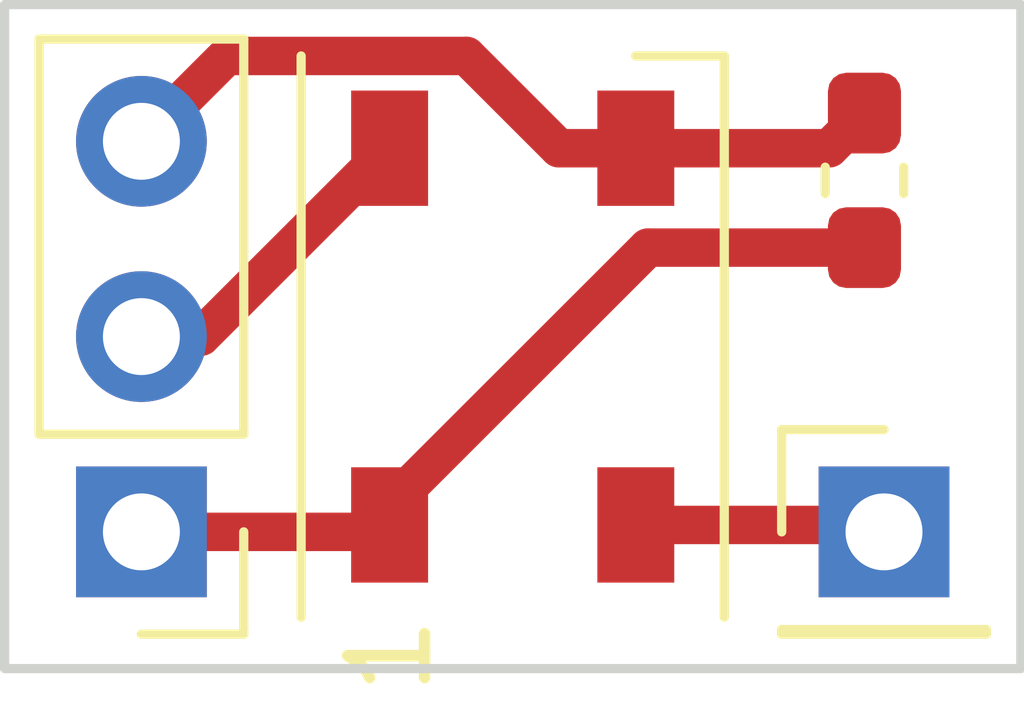
<source format=kicad_pcb>
(kicad_pcb (version 20171130) (host pcbnew 5.1.2-f72e74a~84~ubuntu18.04.1)

  (general
    (thickness 1.6)
    (drawings 4)
    (tracks 14)
    (zones 0)
    (modules 4)
    (nets 5)
  )

  (page USLetter)
  (title_block
    (title "WS2812 Board Schematic")
    (date 2019-06-27)
    (rev 1.0)
  )

  (layers
    (0 F.Cu signal)
    (31 B.Cu signal)
    (32 B.Adhes user)
    (33 F.Adhes user)
    (34 B.Paste user)
    (35 F.Paste user)
    (36 B.SilkS user)
    (37 F.SilkS user)
    (38 B.Mask user)
    (39 F.Mask user)
    (40 Dwgs.User user)
    (41 Cmts.User user)
    (42 Eco1.User user)
    (43 Eco2.User user)
    (44 Edge.Cuts user)
    (45 Margin user)
    (46 B.CrtYd user)
    (47 F.CrtYd user)
    (48 B.Fab user)
    (49 F.Fab user)
  )

  (setup
    (last_trace_width 0.5)
    (user_trace_width 0.5)
    (user_trace_width 1)
    (trace_clearance 0.2)
    (zone_clearance 0.508)
    (zone_45_only no)
    (trace_min 0.2)
    (via_size 0.8)
    (via_drill 0.4)
    (via_min_size 0.4)
    (via_min_drill 0.3)
    (uvia_size 0.3)
    (uvia_drill 0.1)
    (uvias_allowed no)
    (uvia_min_size 0.2)
    (uvia_min_drill 0.1)
    (edge_width 0.05)
    (segment_width 0.2)
    (pcb_text_width 0.3)
    (pcb_text_size 1.5 1.5)
    (mod_edge_width 0.12)
    (mod_text_size 1 1)
    (mod_text_width 0.15)
    (pad_size 1.524 1.524)
    (pad_drill 0.762)
    (pad_to_mask_clearance 0.051)
    (solder_mask_min_width 0.25)
    (aux_axis_origin 0 0)
    (visible_elements FFFFFF7F)
    (pcbplotparams
      (layerselection 0x010fc_ffffffff)
      (usegerberextensions false)
      (usegerberattributes false)
      (usegerberadvancedattributes false)
      (creategerberjobfile false)
      (excludeedgelayer true)
      (linewidth 0.100000)
      (plotframeref false)
      (viasonmask false)
      (mode 1)
      (useauxorigin false)
      (hpglpennumber 1)
      (hpglpenspeed 20)
      (hpglpendiameter 15.000000)
      (psnegative false)
      (psa4output false)
      (plotreference true)
      (plotvalue true)
      (plotinvisibletext false)
      (padsonsilk false)
      (subtractmaskfromsilk false)
      (outputformat 1)
      (mirror false)
      (drillshape 1)
      (scaleselection 1)
      (outputdirectory ""))
  )

  (net 0 "")
  (net 1 +5V)
  (net 2 GND)
  (net 3 "Net-(D1-Pad4)")
  (net 4 "Net-(D1-Pad2)")

  (net_class Default "This is the default net class."
    (clearance 0.2)
    (trace_width 0.25)
    (via_dia 0.8)
    (via_drill 0.4)
    (uvia_dia 0.3)
    (uvia_drill 0.1)
    (add_net +5V)
    (add_net GND)
    (add_net "Net-(D1-Pad2)")
    (add_net "Net-(D1-Pad4)")
  )

  (module LEDBoardFootprints:C_0603_1608Metric_Pad1.05x0.95mm_HandSolder (layer F.Cu) (tedit 5B301BBE) (tstamp 5D15D983)
    (at 145.288 108.458 90)
    (descr "Capacitor SMD 0603 (1608 Metric), square (rectangular) end terminal, IPC_7351 nominal with elongated pad for handsoldering. (Body size source: http://www.tortai-tech.com/upload/download/2011102023233369053.pdf), generated with kicad-footprint-generator")
    (tags "capacitor handsolder")
    (path /5D163CFD)
    (attr smd)
    (fp_text reference C1 (at 0 -1.43 90) (layer F.SilkS) hide
      (effects (font (size 1 1) (thickness 0.15)))
    )
    (fp_text value 0.1u (at 0 1.43 90) (layer F.Fab) hide
      (effects (font (size 1 1) (thickness 0.15)))
    )
    (fp_line (start -0.8 0.4) (end -0.8 -0.4) (layer F.Fab) (width 0.1))
    (fp_line (start -0.8 -0.4) (end 0.8 -0.4) (layer F.Fab) (width 0.1))
    (fp_line (start 0.8 -0.4) (end 0.8 0.4) (layer F.Fab) (width 0.1))
    (fp_line (start 0.8 0.4) (end -0.8 0.4) (layer F.Fab) (width 0.1))
    (fp_line (start -0.171267 -0.51) (end 0.171267 -0.51) (layer F.SilkS) (width 0.12))
    (fp_line (start -0.171267 0.51) (end 0.171267 0.51) (layer F.SilkS) (width 0.12))
    (fp_line (start -1.65 0.73) (end -1.65 -0.73) (layer F.CrtYd) (width 0.05))
    (fp_line (start -1.65 -0.73) (end 1.65 -0.73) (layer F.CrtYd) (width 0.05))
    (fp_line (start 1.65 -0.73) (end 1.65 0.73) (layer F.CrtYd) (width 0.05))
    (fp_line (start 1.65 0.73) (end -1.65 0.73) (layer F.CrtYd) (width 0.05))
    (fp_text user %R (at 0 0 90) (layer F.Fab)
      (effects (font (size 0.4 0.4) (thickness 0.06)))
    )
    (pad 1 smd roundrect (at -0.875 0 90) (size 1.05 0.95) (layers F.Cu F.Paste F.Mask) (roundrect_rratio 0.25)
      (net 1 +5V))
    (pad 2 smd roundrect (at 0.875 0 90) (size 1.05 0.95) (layers F.Cu F.Paste F.Mask) (roundrect_rratio 0.25)
      (net 2 GND))
    (model ${KISYS3DMOD}/Capacitor_SMD.3dshapes/C_0603_1608Metric.wrl
      (at (xyz 0 0 0))
      (scale (xyz 1 1 1))
      (rotate (xyz 0 0 0))
    )
  )

  (module LEDBoardFootprints:LED_WS2812B_PLCC4_5.0x5.0mm_P3.2mm (layer F.Cu) (tedit 5AA4B285) (tstamp 5D15D99A)
    (at 140.716 110.49 90)
    (descr https://cdn-shop.adafruit.com/datasheets/WS2812B.pdf)
    (tags "LED RGB NeoPixel")
    (path /5D16259F)
    (attr smd)
    (fp_text reference D1 (at 0 -3.5 90) (layer F.SilkS) hide
      (effects (font (size 1 1) (thickness 0.15)))
    )
    (fp_text value WS2812B (at 0 4 90) (layer F.Fab) hide
      (effects (font (size 1 1) (thickness 0.15)))
    )
    (fp_text user 1 (at -4.15 -1.6 90) (layer F.SilkS)
      (effects (font (size 1 1) (thickness 0.15)))
    )
    (fp_text user %R (at 0 0) (layer F.Fab)
      (effects (font (size 0.8 0.8) (thickness 0.15)))
    )
    (fp_line (start 3.45 -2.75) (end -3.45 -2.75) (layer F.CrtYd) (width 0.05))
    (fp_line (start 3.45 2.75) (end 3.45 -2.75) (layer F.CrtYd) (width 0.05))
    (fp_line (start -3.45 2.75) (end 3.45 2.75) (layer F.CrtYd) (width 0.05))
    (fp_line (start -3.45 -2.75) (end -3.45 2.75) (layer F.CrtYd) (width 0.05))
    (fp_line (start 2.5 1.5) (end 1.5 2.5) (layer F.Fab) (width 0.1))
    (fp_line (start -2.5 -2.5) (end -2.5 2.5) (layer F.Fab) (width 0.1))
    (fp_line (start -2.5 2.5) (end 2.5 2.5) (layer F.Fab) (width 0.1))
    (fp_line (start 2.5 2.5) (end 2.5 -2.5) (layer F.Fab) (width 0.1))
    (fp_line (start 2.5 -2.5) (end -2.5 -2.5) (layer F.Fab) (width 0.1))
    (fp_line (start -3.65 -2.75) (end 3.65 -2.75) (layer F.SilkS) (width 0.12))
    (fp_line (start -3.65 2.75) (end 3.65 2.75) (layer F.SilkS) (width 0.12))
    (fp_line (start 3.65 2.75) (end 3.65 1.6) (layer F.SilkS) (width 0.12))
    (fp_circle (center 0 0) (end 0 -2) (layer F.Fab) (width 0.1))
    (pad 3 smd rect (at 2.45 1.6 90) (size 1.5 1) (layers F.Cu F.Paste F.Mask)
      (net 2 GND))
    (pad 4 smd rect (at 2.45 -1.6 90) (size 1.5 1) (layers F.Cu F.Paste F.Mask)
      (net 3 "Net-(D1-Pad4)"))
    (pad 2 smd rect (at -2.45 1.6 90) (size 1.5 1) (layers F.Cu F.Paste F.Mask)
      (net 4 "Net-(D1-Pad2)"))
    (pad 1 smd rect (at -2.45 -1.6 90) (size 1.5 1) (layers F.Cu F.Paste F.Mask)
      (net 1 +5V))
    (model ${KISYS3DMOD}/LED_SMD.3dshapes/LED_WS2812B_PLCC4_5.0x5.0mm_P3.2mm.wrl
      (at (xyz 0 0 0))
      (scale (xyz 1 1 1))
      (rotate (xyz 0 0 0))
    )
  )

  (module LEDBoardFootprints:PinHeader_1x03_P2.54mm_Vertical (layer F.Cu) (tedit 59FED5CC) (tstamp 5D15D9B1)
    (at 135.89 113.03 180)
    (descr "Through hole straight pin header, 1x03, 2.54mm pitch, single row")
    (tags "Through hole pin header THT 1x03 2.54mm single row")
    (path /5D162EAC)
    (fp_text reference J1 (at 0 -2.33) (layer F.SilkS) hide
      (effects (font (size 1 1) (thickness 0.15)))
    )
    (fp_text value Conn_01x03_Male (at 0 7.41) (layer F.Fab) hide
      (effects (font (size 1 1) (thickness 0.15)))
    )
    (fp_line (start -0.635 -1.27) (end 1.27 -1.27) (layer F.Fab) (width 0.1))
    (fp_line (start 1.27 -1.27) (end 1.27 6.35) (layer F.Fab) (width 0.1))
    (fp_line (start 1.27 6.35) (end -1.27 6.35) (layer F.Fab) (width 0.1))
    (fp_line (start -1.27 6.35) (end -1.27 -0.635) (layer F.Fab) (width 0.1))
    (fp_line (start -1.27 -0.635) (end -0.635 -1.27) (layer F.Fab) (width 0.1))
    (fp_line (start -1.33 6.41) (end 1.33 6.41) (layer F.SilkS) (width 0.12))
    (fp_line (start -1.33 1.27) (end -1.33 6.41) (layer F.SilkS) (width 0.12))
    (fp_line (start 1.33 1.27) (end 1.33 6.41) (layer F.SilkS) (width 0.12))
    (fp_line (start -1.33 1.27) (end 1.33 1.27) (layer F.SilkS) (width 0.12))
    (fp_line (start -1.33 0) (end -1.33 -1.33) (layer F.SilkS) (width 0.12))
    (fp_line (start -1.33 -1.33) (end 0 -1.33) (layer F.SilkS) (width 0.12))
    (fp_line (start -1.8 -1.8) (end -1.8 6.85) (layer F.CrtYd) (width 0.05))
    (fp_line (start -1.8 6.85) (end 1.8 6.85) (layer F.CrtYd) (width 0.05))
    (fp_line (start 1.8 6.85) (end 1.8 -1.8) (layer F.CrtYd) (width 0.05))
    (fp_line (start 1.8 -1.8) (end -1.8 -1.8) (layer F.CrtYd) (width 0.05))
    (fp_text user %R (at 0 2.54 90) (layer F.Fab)
      (effects (font (size 1 1) (thickness 0.15)))
    )
    (pad 1 thru_hole rect (at 0 0 180) (size 1.7 1.7) (drill 1) (layers *.Cu *.Mask)
      (net 1 +5V))
    (pad 2 thru_hole oval (at 0 2.54 180) (size 1.7 1.7) (drill 1) (layers *.Cu *.Mask)
      (net 3 "Net-(D1-Pad4)"))
    (pad 3 thru_hole oval (at 0 5.08 180) (size 1.7 1.7) (drill 1) (layers *.Cu *.Mask)
      (net 2 GND))
    (model ${KISYS3DMOD}/Connector_PinHeader_2.54mm.3dshapes/PinHeader_1x03_P2.54mm_Vertical.wrl
      (at (xyz 0 0 0))
      (scale (xyz 1 1 1))
      (rotate (xyz 0 0 0))
    )
  )

  (module LEDBoardFootprints:PinHeader_1x01_P2.54mm_Vertical (layer F.Cu) (tedit 59FED5CC) (tstamp 5D15D9C6)
    (at 145.542 113.03)
    (descr "Through hole straight pin header, 1x01, 2.54mm pitch, single row")
    (tags "Through hole pin header THT 1x01 2.54mm single row")
    (path /5D163351)
    (fp_text reference J2 (at 0 -2.33) (layer F.SilkS) hide
      (effects (font (size 1 1) (thickness 0.15)))
    )
    (fp_text value Conn_01x01_Male (at 0 2.33) (layer F.Fab) hide
      (effects (font (size 1 1) (thickness 0.15)))
    )
    (fp_line (start -0.635 -1.27) (end 1.27 -1.27) (layer F.Fab) (width 0.1))
    (fp_line (start 1.27 -1.27) (end 1.27 1.27) (layer F.Fab) (width 0.1))
    (fp_line (start 1.27 1.27) (end -1.27 1.27) (layer F.Fab) (width 0.1))
    (fp_line (start -1.27 1.27) (end -1.27 -0.635) (layer F.Fab) (width 0.1))
    (fp_line (start -1.27 -0.635) (end -0.635 -1.27) (layer F.Fab) (width 0.1))
    (fp_line (start -1.33 1.33) (end 1.33 1.33) (layer F.SilkS) (width 0.12))
    (fp_line (start -1.33 1.27) (end -1.33 1.33) (layer F.SilkS) (width 0.12))
    (fp_line (start 1.33 1.27) (end 1.33 1.33) (layer F.SilkS) (width 0.12))
    (fp_line (start -1.33 1.27) (end 1.33 1.27) (layer F.SilkS) (width 0.12))
    (fp_line (start -1.33 0) (end -1.33 -1.33) (layer F.SilkS) (width 0.12))
    (fp_line (start -1.33 -1.33) (end 0 -1.33) (layer F.SilkS) (width 0.12))
    (fp_line (start -1.8 -1.8) (end -1.8 1.8) (layer F.CrtYd) (width 0.05))
    (fp_line (start -1.8 1.8) (end 1.8 1.8) (layer F.CrtYd) (width 0.05))
    (fp_line (start 1.8 1.8) (end 1.8 -1.8) (layer F.CrtYd) (width 0.05))
    (fp_line (start 1.8 -1.8) (end -1.8 -1.8) (layer F.CrtYd) (width 0.05))
    (fp_text user %R (at 0 0 90) (layer F.Fab)
      (effects (font (size 1 1) (thickness 0.15)))
    )
    (pad 1 thru_hole rect (at 0 0) (size 1.7 1.7) (drill 1) (layers *.Cu *.Mask)
      (net 4 "Net-(D1-Pad2)"))
    (model ${KISYS3DMOD}/Connector_PinHeader_2.54mm.3dshapes/PinHeader_1x01_P2.54mm_Vertical.wrl
      (at (xyz 0 0 0))
      (scale (xyz 1 1 1))
      (rotate (xyz 0 0 0))
    )
  )

  (gr_line (start 134.112 114.808) (end 134.112 106.172) (layer Edge.Cuts) (width 0.12) (tstamp 5D15DD5F))
  (gr_line (start 147.32 114.808) (end 134.112 114.808) (layer Edge.Cuts) (width 0.12))
  (gr_line (start 147.32 106.172) (end 147.32 114.808) (layer Edge.Cuts) (width 0.12))
  (gr_line (start 134.112 106.172) (end 147.32 106.172) (layer Edge.Cuts) (width 0.12))

  (segment (start 135.89 113.03) (end 138.698 113.03) (width 0.5) (layer F.Cu) (net 1))
  (segment (start 139.116 112.69) (end 139.116 112.94) (width 0.5) (layer F.Cu) (net 1))
  (segment (start 142.473 109.333) (end 139.116 112.69) (width 0.5) (layer F.Cu) (net 1))
  (segment (start 145.288 109.333) (end 142.473 109.333) (width 0.5) (layer F.Cu) (net 1))
  (segment (start 141.316 108.04) (end 142.316 108.04) (width 0.5) (layer F.Cu) (net 2))
  (segment (start 140.115999 106.839999) (end 141.316 108.04) (width 0.5) (layer F.Cu) (net 2))
  (segment (start 137.000001 106.839999) (end 140.115999 106.839999) (width 0.5) (layer F.Cu) (net 2))
  (segment (start 135.89 107.95) (end 137.000001 106.839999) (width 0.5) (layer F.Cu) (net 2))
  (segment (start 144.831 108.04) (end 145.288 107.583) (width 0.5) (layer F.Cu) (net 2))
  (segment (start 142.316 108.04) (end 144.831 108.04) (width 0.5) (layer F.Cu) (net 2))
  (segment (start 136.666 110.49) (end 139.116 108.04) (width 0.5) (layer F.Cu) (net 3))
  (segment (start 135.89 110.49) (end 136.666 110.49) (width 0.5) (layer F.Cu) (net 3))
  (segment (start 145.452 112.94) (end 145.542 113.03) (width 0.5) (layer F.Cu) (net 4))
  (segment (start 142.316 112.94) (end 145.452 112.94) (width 0.5) (layer F.Cu) (net 4))

)

</source>
